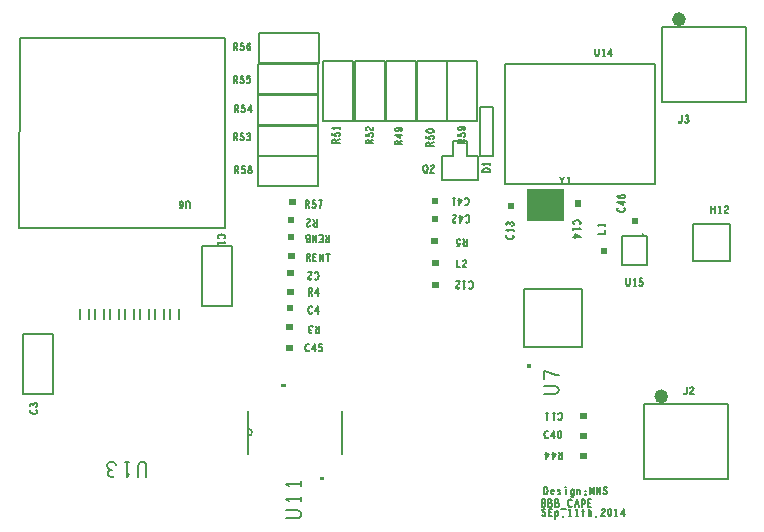
<source format=gto>
G04 ================== begin FILE IDENTIFICATION RECORD ==================*
G04 Layout Name:  BBB_cape_tape_out.brd*
G04 Film Name:    SILKSCREEN_TOP*
G04 File Format:  Gerber RS274X*
G04 File Origin:  Cadence Allegro 16.6-P004*
G04 Origin Date:  Thu Sep 11 16:10:17 2014*
G04 *
G04 Layer:  REF DES/SILKSCREEN_TOP*
G04 Layer:  PACKAGE GEOMETRY/SILKSCREEN_TOP*
G04 Layer:  BOARD GEOMETRY/SILKSCREEN_TOP*
G04 *
G04 Offset:    (0.00 0.00)*
G04 Mirror:    No*
G04 Mode:      Positive*
G04 Rotation:  0*
G04 FullContactRelief:  No*
G04 UndefLineWidth:     5.00*
G04 ================== end FILE IDENTIFICATION RECORD ====================*
%FSLAX25Y25*MOIN*%
%IR0*IPPOS*OFA0.00000B0.00000*MIA0B0*SFA1.00000B1.00000*%
%ADD10C,.005*%
%ADD11C,.006*%
G75*
%LPD*%
G75*
G36*
G01X711710Y1633200D02*
X713210D01*
Y1634200D01*
X711710D01*
Y1633200D01*
G37*
G36*
G01X700500Y1678300D02*
Y1676300D01*
X702700D01*
Y1678300D01*
X700500D01*
G37*
G36*
G01X698910Y1665200D02*
X700410D01*
Y1664200D01*
X698910D01*
Y1665200D01*
G37*
G36*
G01X700900Y1697100D02*
Y1695100D01*
X703100D01*
Y1697100D01*
X700900D01*
G37*
G36*
G01X702800Y1683400D02*
Y1685400D01*
X700600D01*
Y1683400D01*
X702800D01*
G37*
G36*
G01X701200Y1709100D02*
Y1707100D01*
X703400D01*
Y1709100D01*
X701200D01*
G37*
G36*
G01X703200Y1701400D02*
Y1703400D01*
X701000D01*
Y1701400D01*
X703200D01*
G37*
G36*
G01X700700Y1691500D02*
Y1689500D01*
X702900D01*
Y1691500D01*
X700700D01*
G37*
G36*
G01X703300Y1718900D02*
Y1720900D01*
X701100D01*
Y1718900D01*
X703300D01*
G37*
G36*
G01Y1713200D02*
Y1715200D01*
X701100D01*
Y1713200D01*
X703300D01*
G37*
G36*
G01X701500Y1727000D02*
Y1725000D01*
X703700D01*
Y1727000D01*
X701500D01*
G37*
G36*
G01X749200Y1706800D02*
Y1704800D01*
X751400D01*
Y1706800D01*
X749200D01*
G37*
G36*
G01X751500Y1697200D02*
Y1699200D01*
X749300D01*
Y1697200D01*
X751500D01*
G37*
G36*
G01X751100Y1712000D02*
Y1714000D01*
X748900D01*
Y1712000D01*
X751100D01*
G37*
G36*
G01X751300Y1725300D02*
Y1727300D01*
X749100D01*
Y1725300D01*
X751300D01*
G37*
G36*
G01Y1719300D02*
Y1721300D01*
X749100D01*
Y1719300D01*
X751300D01*
G37*
G36*
G01X774500Y1723600D02*
X776500D01*
Y1725800D01*
X774500D01*
Y1723600D01*
G37*
G36*
G01X800800Y1640300D02*
Y1642300D01*
X798600D01*
Y1640300D01*
X800800D01*
G37*
G36*
G01X798600Y1648900D02*
Y1646900D01*
X800800D01*
Y1648900D01*
X798600D01*
G37*
G36*
G01X800700Y1653800D02*
Y1655800D01*
X798500D01*
Y1653800D01*
X800700D01*
G37*
G36*
G01X782306Y1671400D02*
G03I-806J0D01*
G37*
G36*
G01X805600Y1708500D02*
X807600D01*
Y1710700D01*
X805600D01*
Y1708500D01*
G37*
G36*
G01X799000Y1726500D02*
X797000D01*
Y1724300D01*
X799000D01*
Y1726500D01*
G37*
G36*
G01X780700Y1730200D02*
Y1719500D01*
X793300D01*
Y1730200D01*
X780700D01*
G37*
G36*
G01X827941Y1661200D02*
G03I-2341J0D01*
G37*
G36*
G01X815700Y1718500D02*
X817700D01*
Y1720700D01*
X815700D01*
Y1718500D01*
G37*
G36*
G01X819947Y1715200D02*
G03I-447J0D01*
G37*
G36*
G01X833841Y1786900D02*
G03I-2341J0D01*
G37*
G54D10*
G01X615308Y1656687D02*
X615183Y1656527D01*
X615100Y1656340D01*
Y1656127D01*
X615225Y1655887D01*
X615433Y1655700D01*
X615683Y1655567D01*
X616100Y1655460D01*
X616475Y1655433D01*
X616850Y1655487D01*
X617100Y1655567D01*
X617350Y1655727D01*
X617517Y1655913D01*
X617600Y1656100D01*
Y1656287D01*
X617517Y1656473D01*
X617392Y1656633D01*
X617225Y1656767D01*
G01X617100Y1657713D02*
X617392Y1657873D01*
X617558Y1658087D01*
X617600Y1658327D01*
X617558Y1658540D01*
X617350Y1658753D01*
X617100Y1658887D01*
X616850Y1658913D01*
X616558Y1658860D01*
X616350Y1658673D01*
X616267Y1658487D01*
Y1658247D01*
G01Y1658487D02*
X616142Y1658647D01*
X615933Y1658780D01*
X615683Y1658833D01*
X615433Y1658780D01*
X615225Y1658647D01*
X615100Y1658407D01*
X615142Y1658167D01*
X615308Y1657927D01*
G01X612700Y1661900D02*
X622700D01*
Y1681900D01*
X612700D01*
Y1661900D01*
G01X680300Y1717400D02*
Y1780500D01*
X612000D01*
X611500Y1717400D01*
X680300D01*
G01X653993Y1634400D02*
Y1637983D01*
X653740Y1638733D01*
X653233Y1639233D01*
X652600Y1639400D01*
X651967Y1639233D01*
X651460Y1638733D01*
X651207Y1637983D01*
Y1634400D01*
G01X647500Y1639400D02*
Y1634400D01*
X648260Y1635400D01*
G01Y1639400D02*
X646740D01*
G01X643793Y1638400D02*
X643413Y1638983D01*
X642907Y1639317D01*
X642337Y1639400D01*
X641830Y1639317D01*
X641323Y1638900D01*
X641007Y1638400D01*
X640943Y1637900D01*
X641070Y1637317D01*
X641513Y1636900D01*
X641957Y1636733D01*
X642527D01*
G01X641957D02*
X641577Y1636483D01*
X641260Y1636067D01*
X641133Y1635567D01*
X641260Y1635067D01*
X641577Y1634650D01*
X642147Y1634400D01*
X642717Y1634483D01*
X643287Y1634817D01*
G01X682600Y1711300D02*
X672600D01*
Y1691300D01*
X682600D01*
Y1711300D01*
G01X668387Y1723900D02*
Y1725692D01*
X668280Y1726067D01*
X668067Y1726317D01*
X667800Y1726400D01*
X667533Y1726317D01*
X667320Y1726067D01*
X667213Y1725692D01*
Y1723900D01*
G01X666107Y1725358D02*
X665920Y1725067D01*
X665760Y1724900D01*
X665547Y1724817D01*
X665360Y1724900D01*
X665227Y1725067D01*
X665120Y1725317D01*
X665093Y1725608D01*
X665120Y1725858D01*
X665227Y1726108D01*
X665387Y1726317D01*
X665573Y1726400D01*
X665787Y1726317D01*
X665973Y1726067D01*
X666080Y1725692D01*
X666107Y1725275D01*
X666053Y1724733D01*
X665973Y1724442D01*
X665840Y1724150D01*
X665653Y1723942D01*
X665467Y1723900D01*
X665280Y1723983D01*
X665147Y1724192D01*
G01X679992Y1713913D02*
X680117Y1714073D01*
X680200Y1714260D01*
Y1714473D01*
X680075Y1714713D01*
X679867Y1714900D01*
X679617Y1715033D01*
X679200Y1715140D01*
X678825Y1715167D01*
X678450Y1715113D01*
X678200Y1715033D01*
X677950Y1714873D01*
X677783Y1714687D01*
X677700Y1714500D01*
Y1714313D01*
X677783Y1714127D01*
X677908Y1713967D01*
X678075Y1713833D01*
G01X677700Y1712300D02*
X680200D01*
X679700Y1712620D01*
G01X677700D02*
Y1711980D01*
G01X683567Y1735500D02*
Y1738000D01*
X684233D01*
X684447Y1737875D01*
X684580Y1737708D01*
X684633Y1737375D01*
X684580Y1737042D01*
X684420Y1736833D01*
X684233Y1736708D01*
X683567D01*
G01X684233D02*
X684633Y1735500D01*
G01X685713Y1735875D02*
X685873Y1735667D01*
X686060Y1735542D01*
X686300Y1735500D01*
X686540Y1735583D01*
X686727Y1735750D01*
X686860Y1736042D01*
X686887Y1736375D01*
X686833Y1736708D01*
X686700Y1736917D01*
X686513Y1737083D01*
X686327Y1737125D01*
X686140Y1737083D01*
X685900Y1736917D01*
X685980Y1738000D01*
X686700D01*
G01X688500Y1735500D02*
X688687Y1735542D01*
X688900Y1735667D01*
X689033Y1735875D01*
X689087Y1736167D01*
X689033Y1736458D01*
X688873Y1736708D01*
X688633Y1736833D01*
X688367D01*
X688207Y1736917D01*
X688073Y1737125D01*
X688020Y1737417D01*
X688100Y1737708D01*
X688287Y1737917D01*
X688500Y1738000D01*
X688713Y1737917D01*
X688900Y1737708D01*
X688980Y1737417D01*
X688927Y1737125D01*
X688793Y1736917D01*
X688633Y1736833D01*
X688367D01*
X688127Y1736708D01*
X687967Y1736458D01*
X687913Y1736167D01*
X687967Y1735875D01*
X688100Y1735667D01*
X688313Y1735542D01*
X688500Y1735500D01*
G01X683067Y1765600D02*
Y1768100D01*
X683733D01*
X683947Y1767975D01*
X684080Y1767808D01*
X684133Y1767475D01*
X684080Y1767142D01*
X683920Y1766933D01*
X683733Y1766808D01*
X683067D01*
G01X683733D02*
X684133Y1765600D01*
G01X685213Y1765975D02*
X685373Y1765767D01*
X685560Y1765642D01*
X685800Y1765600D01*
X686040Y1765683D01*
X686227Y1765850D01*
X686360Y1766142D01*
X686387Y1766475D01*
X686333Y1766808D01*
X686200Y1767017D01*
X686013Y1767183D01*
X685827Y1767225D01*
X685640Y1767183D01*
X685400Y1767017D01*
X685480Y1768100D01*
X686200D01*
G01X687413Y1765975D02*
X687573Y1765767D01*
X687760Y1765642D01*
X688000Y1765600D01*
X688240Y1765683D01*
X688427Y1765850D01*
X688560Y1766142D01*
X688587Y1766475D01*
X688533Y1766808D01*
X688400Y1767017D01*
X688213Y1767183D01*
X688027Y1767225D01*
X687840Y1767183D01*
X687600Y1767017D01*
X687680Y1768100D01*
X688400D01*
G01X683467Y1755900D02*
Y1758400D01*
X684133D01*
X684347Y1758275D01*
X684480Y1758108D01*
X684533Y1757775D01*
X684480Y1757442D01*
X684320Y1757233D01*
X684133Y1757108D01*
X683467D01*
G01X684133D02*
X684533Y1755900D01*
G01X685613Y1756275D02*
X685773Y1756067D01*
X685960Y1755942D01*
X686200Y1755900D01*
X686440Y1755983D01*
X686627Y1756150D01*
X686760Y1756442D01*
X686787Y1756775D01*
X686733Y1757108D01*
X686600Y1757317D01*
X686413Y1757483D01*
X686227Y1757525D01*
X686040Y1757483D01*
X685800Y1757317D01*
X685880Y1758400D01*
X686600D01*
G01X688720Y1755900D02*
Y1758400D01*
X687733Y1756608D01*
X689067D01*
G01X683067Y1746500D02*
Y1749000D01*
X683733D01*
X683947Y1748875D01*
X684080Y1748708D01*
X684133Y1748375D01*
X684080Y1748042D01*
X683920Y1747833D01*
X683733Y1747708D01*
X683067D01*
G01X683733D02*
X684133Y1746500D01*
G01X685213Y1746875D02*
X685373Y1746667D01*
X685560Y1746542D01*
X685800Y1746500D01*
X686040Y1746583D01*
X686227Y1746750D01*
X686360Y1747042D01*
X686387Y1747375D01*
X686333Y1747708D01*
X686200Y1747917D01*
X686013Y1748083D01*
X685827Y1748125D01*
X685640Y1748083D01*
X685400Y1747917D01*
X685480Y1749000D01*
X686200D01*
G01X687413Y1747000D02*
X687573Y1746708D01*
X687787Y1746542D01*
X688027Y1746500D01*
X688240Y1746542D01*
X688453Y1746750D01*
X688587Y1747000D01*
X688613Y1747250D01*
X688560Y1747542D01*
X688373Y1747750D01*
X688187Y1747833D01*
X687947D01*
G01X688187D02*
X688347Y1747958D01*
X688480Y1748167D01*
X688533Y1748417D01*
X688480Y1748667D01*
X688347Y1748875D01*
X688107Y1749000D01*
X687867Y1748958D01*
X687627Y1748792D01*
G01X683167Y1776500D02*
Y1779000D01*
X683833D01*
X684047Y1778875D01*
X684180Y1778708D01*
X684233Y1778375D01*
X684180Y1778042D01*
X684020Y1777833D01*
X683833Y1777708D01*
X683167D01*
G01X683833D02*
X684233Y1776500D01*
G01X685313Y1776875D02*
X685473Y1776667D01*
X685660Y1776542D01*
X685900Y1776500D01*
X686140Y1776583D01*
X686327Y1776750D01*
X686460Y1777042D01*
X686487Y1777375D01*
X686433Y1777708D01*
X686300Y1777917D01*
X686113Y1778083D01*
X685927Y1778125D01*
X685740Y1778083D01*
X685500Y1777917D01*
X685580Y1779000D01*
X686300D01*
G01X687593Y1777542D02*
X687780Y1777833D01*
X687940Y1778000D01*
X688153Y1778083D01*
X688340Y1778000D01*
X688473Y1777833D01*
X688580Y1777583D01*
X688607Y1777292D01*
X688580Y1777042D01*
X688473Y1776792D01*
X688313Y1776583D01*
X688127Y1776500D01*
X687913Y1776583D01*
X687727Y1776833D01*
X687620Y1777208D01*
X687593Y1777625D01*
X687647Y1778167D01*
X687727Y1778458D01*
X687860Y1778750D01*
X688047Y1778958D01*
X688233Y1779000D01*
X688420Y1778917D01*
X688553Y1778708D01*
G01X700600Y1620507D02*
X704183D01*
X704933Y1620760D01*
X705433Y1621267D01*
X705600Y1621900D01*
X705433Y1622533D01*
X704933Y1623040D01*
X704183Y1623293D01*
X700600D01*
G01X705600Y1627000D02*
X700600D01*
X701600Y1626240D01*
G01X705600D02*
Y1627760D01*
G01Y1632100D02*
X700600D01*
X701600Y1631340D01*
G01X705600D02*
Y1632860D01*
G01X708187Y1678492D02*
X708027Y1678617D01*
X707840Y1678700D01*
X707627D01*
X707387Y1678575D01*
X707200Y1678367D01*
X707067Y1678117D01*
X706960Y1677700D01*
X706933Y1677325D01*
X706987Y1676950D01*
X707067Y1676700D01*
X707227Y1676450D01*
X707413Y1676283D01*
X707600Y1676200D01*
X707787D01*
X707973Y1676283D01*
X708133Y1676408D01*
X708267Y1676575D01*
G01X710120Y1676200D02*
Y1678700D01*
X709133Y1676908D01*
X710467D01*
G01X711413Y1676575D02*
X711573Y1676367D01*
X711760Y1676242D01*
X712000Y1676200D01*
X712240Y1676283D01*
X712427Y1676450D01*
X712560Y1676742D01*
X712587Y1677075D01*
X712533Y1677408D01*
X712400Y1677617D01*
X712213Y1677783D01*
X712027Y1677825D01*
X711840Y1677783D01*
X711600Y1677617D01*
X711680Y1678700D01*
X712400D01*
G01X708067Y1694800D02*
Y1697300D01*
X708733D01*
X708947Y1697175D01*
X709080Y1697008D01*
X709133Y1696675D01*
X709080Y1696342D01*
X708920Y1696133D01*
X708733Y1696008D01*
X708067D01*
G01X708733D02*
X709133Y1694800D01*
G01X711120D02*
Y1697300D01*
X710133Y1695508D01*
X711467D01*
G01X711533Y1684800D02*
Y1682300D01*
X710867D01*
X710653Y1682425D01*
X710520Y1682592D01*
X710467Y1682925D01*
X710520Y1683258D01*
X710680Y1683467D01*
X710867Y1683592D01*
X711533D01*
G01X710867D02*
X710467Y1684800D01*
G01X709387Y1684300D02*
X709227Y1684592D01*
X709013Y1684758D01*
X708773Y1684800D01*
X708560Y1684758D01*
X708347Y1684550D01*
X708213Y1684300D01*
X708187Y1684050D01*
X708240Y1683758D01*
X708427Y1683550D01*
X708613Y1683467D01*
X708853D01*
G01X708613D02*
X708453Y1683342D01*
X708320Y1683133D01*
X708267Y1682883D01*
X708320Y1682633D01*
X708453Y1682425D01*
X708693Y1682300D01*
X708933Y1682342D01*
X709173Y1682508D01*
G01X707367Y1706300D02*
Y1708800D01*
X708033D01*
X708247Y1708675D01*
X708380Y1708508D01*
X708433Y1708175D01*
X708380Y1707842D01*
X708220Y1707633D01*
X708033Y1707508D01*
X707367D01*
G01X708033D02*
X708433Y1706300D01*
G01X710633D02*
X709567D01*
Y1708800D01*
X710633D01*
G01X710207Y1707592D02*
X709567D01*
G01X711687Y1706300D02*
Y1708800D01*
X712913Y1706300D01*
Y1708800D01*
G01X714500D02*
Y1706300D01*
G01X713887Y1708800D02*
X715113D01*
G01X710113Y1700308D02*
X710273Y1700183D01*
X710460Y1700100D01*
X710673D01*
X710913Y1700225D01*
X711100Y1700433D01*
X711233Y1700683D01*
X711340Y1701100D01*
X711367Y1701475D01*
X711313Y1701850D01*
X711233Y1702100D01*
X711073Y1702350D01*
X710887Y1702517D01*
X710700Y1702600D01*
X710513D01*
X710327Y1702517D01*
X710167Y1702392D01*
X710033Y1702225D01*
G01X709007Y1700517D02*
X708847Y1700267D01*
X708660Y1700142D01*
X708447Y1700100D01*
X708180Y1700183D01*
X707993Y1700392D01*
X707940Y1700642D01*
X707967Y1700892D01*
X708073Y1701100D01*
X708607Y1701517D01*
X708847Y1701808D01*
X709007Y1702225D01*
X709060Y1702600D01*
X707940D01*
G01X709187Y1691092D02*
X709027Y1691217D01*
X708840Y1691300D01*
X708627D01*
X708387Y1691175D01*
X708200Y1690967D01*
X708067Y1690717D01*
X707960Y1690300D01*
X707933Y1689925D01*
X707987Y1689550D01*
X708067Y1689300D01*
X708227Y1689050D01*
X708413Y1688883D01*
X708600Y1688800D01*
X708787D01*
X708973Y1688883D01*
X709133Y1689008D01*
X709267Y1689175D01*
G01X711120Y1688800D02*
Y1691300D01*
X710133Y1689508D01*
X711467D01*
G01X691300Y1741200D02*
Y1731200D01*
X711300D01*
Y1741200D01*
X691300D01*
G01X710733Y1720300D02*
Y1717800D01*
X710067D01*
X709853Y1717925D01*
X709720Y1718092D01*
X709667Y1718425D01*
X709720Y1718758D01*
X709880Y1718967D01*
X710067Y1719092D01*
X710733D01*
G01X710067D02*
X709667Y1720300D01*
G01X708507Y1718217D02*
X708347Y1717967D01*
X708160Y1717842D01*
X707947Y1717800D01*
X707680Y1717883D01*
X707493Y1718092D01*
X707440Y1718342D01*
X707467Y1718592D01*
X707573Y1718800D01*
X708107Y1719217D01*
X708347Y1719508D01*
X708507Y1719925D01*
X708560Y1720300D01*
X707440D01*
G01X714933Y1715000D02*
Y1712500D01*
X714267D01*
X714053Y1712625D01*
X713920Y1712792D01*
X713867Y1713125D01*
X713920Y1713458D01*
X714080Y1713667D01*
X714267Y1713792D01*
X714933D01*
G01X714267D02*
X713867Y1715000D01*
G01X711667D02*
X712733D01*
Y1712500D01*
X711667D01*
G01X712093Y1713708D02*
X712733D01*
G01X710613Y1715000D02*
Y1712500D01*
X709387Y1715000D01*
Y1712500D01*
G01X707587Y1713667D02*
X707480Y1713542D01*
X707400Y1713333D01*
X707347Y1713042D01*
X707400Y1712792D01*
X707507Y1712625D01*
X707693Y1712500D01*
X708413D01*
Y1715000D01*
X707533D01*
X707347Y1714833D01*
X707240Y1714583D01*
X707187Y1714292D01*
X707240Y1714000D01*
X707400Y1713750D01*
X707587Y1713667D01*
X708413D01*
G01X707067Y1724000D02*
Y1726500D01*
X707733D01*
X707947Y1726375D01*
X708080Y1726208D01*
X708133Y1725875D01*
X708080Y1725542D01*
X707920Y1725333D01*
X707733Y1725208D01*
X707067D01*
G01X707733D02*
X708133Y1724000D01*
G01X709213Y1724375D02*
X709373Y1724167D01*
X709560Y1724042D01*
X709800Y1724000D01*
X710040Y1724083D01*
X710227Y1724250D01*
X710360Y1724542D01*
X710387Y1724875D01*
X710333Y1725208D01*
X710200Y1725417D01*
X710013Y1725583D01*
X709827Y1725625D01*
X709640Y1725583D01*
X709400Y1725417D01*
X709480Y1726500D01*
X710200D01*
G01X711947Y1724000D02*
X712000Y1724542D01*
X712080Y1725000D01*
X712187Y1725417D01*
X712320Y1725875D01*
X712533Y1726500D01*
X711467D01*
G01X691300Y1772000D02*
Y1762000D01*
X711300D01*
Y1772000D01*
X691300D01*
G01Y1761700D02*
Y1751700D01*
X711300D01*
Y1761700D01*
X691300D01*
G01X691200Y1751400D02*
Y1741400D01*
X711200D01*
Y1751400D01*
X691200D01*
G01X718500Y1745767D02*
X716000D01*
Y1746433D01*
X716125Y1746647D01*
X716292Y1746780D01*
X716625Y1746833D01*
X716958Y1746780D01*
X717167Y1746620D01*
X717292Y1746433D01*
Y1745767D01*
G01Y1746433D02*
X718500Y1746833D01*
G01X718125Y1747913D02*
X718333Y1748073D01*
X718458Y1748260D01*
X718500Y1748500D01*
X718417Y1748740D01*
X718250Y1748927D01*
X717958Y1749060D01*
X717625Y1749087D01*
X717292Y1749033D01*
X717083Y1748900D01*
X716917Y1748713D01*
X716875Y1748527D01*
X716917Y1748340D01*
X717083Y1748100D01*
X716000Y1748180D01*
Y1748900D01*
G01X718500Y1750700D02*
X716000D01*
X716500Y1750380D01*
G01X718500D02*
Y1751020D01*
G01X713000Y1753000D02*
X723000D01*
Y1773000D01*
X713000D01*
Y1753000D01*
G01X691400Y1782400D02*
Y1772400D01*
X711400D01*
Y1782400D01*
X691400D01*
G01X747000Y1735800D02*
X746787Y1735842D01*
X746600Y1736008D01*
X746440Y1736258D01*
X746333Y1736550D01*
X746280Y1736883D01*
Y1737217D01*
X746333Y1737550D01*
X746440Y1737842D01*
X746600Y1738092D01*
X746787Y1738258D01*
X747000Y1738300D01*
X747213Y1738258D01*
X747400Y1738092D01*
X747560Y1737842D01*
X747667Y1737550D01*
X747720Y1737217D01*
Y1736883D01*
X747667Y1736550D01*
X747560Y1736258D01*
X747400Y1736008D01*
X747213Y1735842D01*
X747000Y1735800D01*
G01X747213Y1736467D02*
X747533Y1735800D01*
G01X748693Y1737883D02*
X748853Y1738133D01*
X749040Y1738258D01*
X749253Y1738300D01*
X749520Y1738217D01*
X749707Y1738008D01*
X749760Y1737758D01*
X749733Y1737508D01*
X749627Y1737300D01*
X749093Y1736883D01*
X748853Y1736592D01*
X748693Y1736175D01*
X748640Y1735800D01*
X749760D01*
G01X739300Y1745267D02*
X736800D01*
Y1745933D01*
X736925Y1746147D01*
X737092Y1746280D01*
X737425Y1746333D01*
X737758Y1746280D01*
X737967Y1746120D01*
X738092Y1745933D01*
Y1745267D01*
G01Y1745933D02*
X739300Y1746333D01*
G01Y1748320D02*
X736800D01*
X738592Y1747333D01*
Y1748667D01*
G01X739008Y1749747D02*
X739217Y1749933D01*
X739300Y1750147D01*
X739217Y1750360D01*
X738967Y1750547D01*
X738592Y1750680D01*
X738217Y1750733D01*
X737758D01*
X737383Y1750680D01*
X737050Y1750547D01*
X736883Y1750387D01*
X736800Y1750200D01*
X736883Y1749987D01*
X737050Y1749827D01*
X737300Y1749720D01*
X737633Y1749667D01*
X737925Y1749720D01*
X738217Y1749853D01*
X738383Y1750013D01*
X738425Y1750200D01*
X738342Y1750413D01*
X738133Y1750573D01*
X737758Y1750733D01*
G01X733800Y1753000D02*
X743800D01*
Y1773000D01*
X733800D01*
Y1753000D01*
G01X729600Y1745567D02*
X727100D01*
Y1746233D01*
X727225Y1746447D01*
X727392Y1746580D01*
X727725Y1746633D01*
X728058Y1746580D01*
X728267Y1746420D01*
X728392Y1746233D01*
Y1745567D01*
G01Y1746233D02*
X729600Y1746633D01*
G01X729225Y1747713D02*
X729433Y1747873D01*
X729558Y1748060D01*
X729600Y1748300D01*
X729517Y1748540D01*
X729350Y1748727D01*
X729058Y1748860D01*
X728725Y1748887D01*
X728392Y1748833D01*
X728183Y1748700D01*
X728017Y1748513D01*
X727975Y1748327D01*
X728017Y1748140D01*
X728183Y1747900D01*
X727100Y1747980D01*
Y1748700D01*
G01X727517Y1749993D02*
X727267Y1750153D01*
X727142Y1750340D01*
X727100Y1750553D01*
X727183Y1750820D01*
X727392Y1751007D01*
X727642Y1751060D01*
X727892Y1751033D01*
X728100Y1750927D01*
X728517Y1750393D01*
X728808Y1750153D01*
X729225Y1749993D01*
X729600Y1749940D01*
Y1751060D01*
G01X723400Y1753000D02*
X733400D01*
Y1773000D01*
X723400D01*
Y1753000D01*
G01X749800Y1744767D02*
X747300D01*
Y1745433D01*
X747425Y1745647D01*
X747592Y1745780D01*
X747925Y1745833D01*
X748258Y1745780D01*
X748467Y1745620D01*
X748592Y1745433D01*
Y1744767D01*
G01Y1745433D02*
X749800Y1745833D01*
G01X749425Y1746913D02*
X749633Y1747073D01*
X749758Y1747260D01*
X749800Y1747500D01*
X749717Y1747740D01*
X749550Y1747927D01*
X749258Y1748060D01*
X748925Y1748087D01*
X748592Y1748033D01*
X748383Y1747900D01*
X748217Y1747713D01*
X748175Y1747527D01*
X748217Y1747340D01*
X748383Y1747100D01*
X747300Y1747180D01*
Y1747900D01*
G01Y1749700D02*
X747383Y1749487D01*
X747592Y1749327D01*
X747842Y1749220D01*
X748175Y1749140D01*
X748550Y1749113D01*
X748925Y1749140D01*
X749258Y1749220D01*
X749508Y1749327D01*
X749717Y1749487D01*
X749800Y1749700D01*
X749717Y1749913D01*
X749508Y1750073D01*
X749258Y1750180D01*
X748925Y1750260D01*
X748550Y1750287D01*
X748175Y1750260D01*
X747842Y1750180D01*
X747592Y1750073D01*
X747383Y1749913D01*
X747300Y1749700D01*
G01X744100Y1753000D02*
X754100D01*
Y1773000D01*
X744100D01*
Y1753000D01*
G01X799050Y1677650D02*
Y1696950D01*
X779750D01*
Y1677650D01*
X799050D01*
G01X757367Y1706800D02*
Y1704300D01*
X758433D01*
G01X759593Y1706383D02*
X759753Y1706633D01*
X759940Y1706758D01*
X760153Y1706800D01*
X760420Y1706717D01*
X760607Y1706508D01*
X760660Y1706258D01*
X760633Y1706008D01*
X760527Y1705800D01*
X759993Y1705383D01*
X759753Y1705092D01*
X759593Y1704675D01*
X759540Y1704300D01*
X760660D01*
G01X761613Y1697308D02*
X761773Y1697183D01*
X761960Y1697100D01*
X762173D01*
X762413Y1697225D01*
X762600Y1697433D01*
X762733Y1697683D01*
X762840Y1698100D01*
X762867Y1698475D01*
X762813Y1698850D01*
X762733Y1699100D01*
X762573Y1699350D01*
X762387Y1699517D01*
X762200Y1699600D01*
X762013D01*
X761827Y1699517D01*
X761667Y1699392D01*
X761533Y1699225D01*
G01X760000Y1699600D02*
Y1697100D01*
X760320Y1697600D01*
G01Y1699600D02*
X759680D01*
G01X758307Y1697517D02*
X758147Y1697267D01*
X757960Y1697142D01*
X757747Y1697100D01*
X757480Y1697183D01*
X757293Y1697392D01*
X757240Y1697642D01*
X757267Y1697892D01*
X757373Y1698100D01*
X757907Y1698517D01*
X758147Y1698808D01*
X758307Y1699225D01*
X758360Y1699600D01*
X757240D01*
G01X760733Y1713700D02*
Y1711200D01*
X760067D01*
X759853Y1711325D01*
X759720Y1711492D01*
X759667Y1711825D01*
X759720Y1712158D01*
X759880Y1712367D01*
X760067Y1712492D01*
X760733D01*
G01X760067D02*
X759667Y1713700D01*
G01X758587Y1713325D02*
X758427Y1713533D01*
X758240Y1713658D01*
X758000Y1713700D01*
X757760Y1713617D01*
X757573Y1713450D01*
X757440Y1713158D01*
X757413Y1712825D01*
X757467Y1712492D01*
X757600Y1712283D01*
X757787Y1712117D01*
X757973Y1712075D01*
X758160Y1712117D01*
X758400Y1712283D01*
X758320Y1711200D01*
X757600D01*
G01X760213Y1725108D02*
X760373Y1724983D01*
X760560Y1724900D01*
X760773D01*
X761013Y1725025D01*
X761200Y1725233D01*
X761333Y1725483D01*
X761440Y1725900D01*
X761467Y1726275D01*
X761413Y1726650D01*
X761333Y1726900D01*
X761173Y1727150D01*
X760987Y1727317D01*
X760800Y1727400D01*
X760613D01*
X760427Y1727317D01*
X760267Y1727192D01*
X760133Y1727025D01*
G01X758280Y1727400D02*
Y1724900D01*
X759267Y1726692D01*
X757933D01*
G01X756400Y1727400D02*
Y1724900D01*
X756720Y1725400D01*
G01Y1727400D02*
X756080D01*
G01X774108Y1714887D02*
X773983Y1714727D01*
X773900Y1714540D01*
Y1714327D01*
X774025Y1714087D01*
X774233Y1713900D01*
X774483Y1713767D01*
X774900Y1713660D01*
X775275Y1713633D01*
X775650Y1713687D01*
X775900Y1713767D01*
X776150Y1713927D01*
X776317Y1714113D01*
X776400Y1714300D01*
Y1714487D01*
X776317Y1714673D01*
X776192Y1714833D01*
X776025Y1714967D01*
G01X776400Y1716500D02*
X773900D01*
X774400Y1716180D01*
G01X776400D02*
Y1716820D01*
G01X775900Y1718113D02*
X776192Y1718273D01*
X776358Y1718487D01*
X776400Y1718727D01*
X776358Y1718940D01*
X776150Y1719153D01*
X775900Y1719287D01*
X775650Y1719313D01*
X775358Y1719260D01*
X775150Y1719073D01*
X775067Y1718887D01*
Y1718647D01*
G01Y1718887D02*
X774942Y1719047D01*
X774733Y1719180D01*
X774483Y1719233D01*
X774233Y1719180D01*
X774025Y1719047D01*
X773900Y1718807D01*
X773942Y1718567D01*
X774108Y1718327D01*
G01X760413Y1719308D02*
X760573Y1719183D01*
X760760Y1719100D01*
X760973D01*
X761213Y1719225D01*
X761400Y1719433D01*
X761533Y1719683D01*
X761640Y1720100D01*
X761667Y1720475D01*
X761613Y1720850D01*
X761533Y1721100D01*
X761373Y1721350D01*
X761187Y1721517D01*
X761000Y1721600D01*
X760813D01*
X760627Y1721517D01*
X760467Y1721392D01*
X760333Y1721225D01*
G01X758480Y1721600D02*
Y1719100D01*
X759467Y1720892D01*
X758133D01*
G01X757107Y1719517D02*
X756947Y1719267D01*
X756760Y1719142D01*
X756547Y1719100D01*
X756280Y1719183D01*
X756093Y1719392D01*
X756040Y1719642D01*
X756067Y1719892D01*
X756173Y1720100D01*
X756707Y1720517D01*
X756947Y1720808D01*
X757107Y1721225D01*
X757160Y1721600D01*
X756040D01*
G01X773400Y1772100D02*
Y1732100D01*
X823400D01*
Y1772100D01*
X773400D01*
G01X756200Y1741400D02*
Y1746200D01*
X760900D01*
Y1741300D01*
X764500D01*
Y1733200D01*
X752500D01*
Y1741400D01*
X756200D01*
G01X768500Y1736013D02*
X766000D01*
Y1736547D01*
X766125Y1736760D01*
X766292Y1736920D01*
X766542Y1737053D01*
X766833Y1737160D01*
X767250Y1737187D01*
X767667Y1737160D01*
X767958Y1737053D01*
X768208Y1736920D01*
X768375Y1736760D01*
X768500Y1736547D01*
Y1736013D01*
G01Y1738800D02*
X766000D01*
X766500Y1738480D01*
G01X768500D02*
Y1739120D01*
G01X760300Y1745667D02*
X757800D01*
Y1746333D01*
X757925Y1746547D01*
X758092Y1746680D01*
X758425Y1746733D01*
X758758Y1746680D01*
X758967Y1746520D01*
X759092Y1746333D01*
Y1745667D01*
G01Y1746333D02*
X760300Y1746733D01*
G01X759925Y1747813D02*
X760133Y1747973D01*
X760258Y1748160D01*
X760300Y1748400D01*
X760217Y1748640D01*
X760050Y1748827D01*
X759758Y1748960D01*
X759425Y1748987D01*
X759092Y1748933D01*
X758883Y1748800D01*
X758717Y1748613D01*
X758675Y1748427D01*
X758717Y1748240D01*
X758883Y1748000D01*
X757800Y1748080D01*
Y1748800D01*
G01X760008Y1750147D02*
X760217Y1750333D01*
X760300Y1750547D01*
X760217Y1750760D01*
X759967Y1750947D01*
X759592Y1751080D01*
X759217Y1751133D01*
X758758D01*
X758383Y1751080D01*
X758050Y1750947D01*
X757883Y1750787D01*
X757800Y1750600D01*
X757883Y1750387D01*
X758050Y1750227D01*
X758300Y1750120D01*
X758633Y1750067D01*
X758925Y1750120D01*
X759217Y1750253D01*
X759383Y1750413D01*
X759425Y1750600D01*
X759342Y1750813D01*
X759133Y1750973D01*
X758758Y1751133D01*
G01X754200Y1753000D02*
X764200D01*
Y1773000D01*
X754200D01*
Y1753000D01*
G01X765200Y1741400D02*
X769400D01*
Y1757700D01*
X765200D01*
Y1741400D01*
G01X786513Y1628500D02*
Y1631000D01*
X787047D01*
X787260Y1630875D01*
X787420Y1630708D01*
X787553Y1630458D01*
X787660Y1630167D01*
X787687Y1629750D01*
X787660Y1629333D01*
X787553Y1629042D01*
X787420Y1628792D01*
X787260Y1628625D01*
X787047Y1628500D01*
X786513D01*
G01X788900Y1629625D02*
X789753D01*
X789673Y1629917D01*
X789540Y1630083D01*
X789353Y1630167D01*
X789167Y1630125D01*
X789007Y1630000D01*
X788900Y1629708D01*
X788847Y1629458D01*
Y1629208D01*
X788900Y1628958D01*
X789033Y1628708D01*
X789193Y1628542D01*
X789380Y1628500D01*
X789567Y1628583D01*
X789753Y1628833D01*
G01X791100Y1628792D02*
X791233Y1628625D01*
X791420Y1628500D01*
X791580D01*
X791740Y1628583D01*
X791847Y1628708D01*
X791900Y1628875D01*
X791873Y1629125D01*
X791767Y1629250D01*
X791287Y1629500D01*
X791180Y1629792D01*
X791233Y1630000D01*
X791340Y1630125D01*
X791500Y1630167D01*
X791660Y1630125D01*
X791820Y1630000D01*
G01X793700Y1630167D02*
Y1628500D01*
G01Y1630833D02*
X793647Y1630875D01*
Y1630958D01*
X793700Y1631000D01*
X793753Y1630958D01*
Y1630875D01*
X793700Y1630833D01*
G01X795527Y1627875D02*
X795713Y1627708D01*
X795927Y1627667D01*
X796113Y1627708D01*
X796273Y1627917D01*
X796380Y1628208D01*
Y1630167D01*
G01Y1629833D02*
X796273Y1630000D01*
X796113Y1630125D01*
X795927Y1630167D01*
X795713Y1630083D01*
X795580Y1629917D01*
X795473Y1629625D01*
X795420Y1629333D01*
X795447Y1629083D01*
X795553Y1628792D01*
X795713Y1628583D01*
X795927Y1628500D01*
X796087Y1628542D01*
X796273Y1628708D01*
X796380Y1628875D01*
G01X797647Y1628500D02*
Y1630167D01*
G01Y1629750D02*
X797753Y1629958D01*
X797913Y1630125D01*
X798127Y1630167D01*
X798313Y1630125D01*
X798473Y1629958D01*
X798553Y1629667D01*
Y1628500D01*
G01X800300Y1628417D02*
X800247Y1628458D01*
Y1628542D01*
X800300Y1628583D01*
X800353Y1628542D01*
Y1628458D01*
X800300Y1628417D01*
G01Y1629542D02*
X800247Y1629583D01*
Y1629667D01*
X800300Y1629708D01*
X800353Y1629667D01*
Y1629583D01*
X800300Y1629542D01*
G01X801807Y1628500D02*
Y1631000D01*
X802500Y1628917D01*
X803193Y1631000D01*
Y1628500D01*
G01X804087D02*
Y1631000D01*
X805313Y1628500D01*
Y1631000D01*
G01X806340Y1628833D02*
X806553Y1628625D01*
X806793Y1628500D01*
X807007D01*
X807220Y1628625D01*
X807380Y1628833D01*
X807460Y1629125D01*
X807407Y1629417D01*
X807273Y1629667D01*
X807033Y1629833D01*
X806713Y1629917D01*
X806527Y1630083D01*
X806447Y1630375D01*
X806500Y1630667D01*
X806633Y1630875D01*
X806820Y1631000D01*
X807007D01*
X807193Y1630917D01*
X807353Y1630708D01*
G01X786613Y1625733D02*
X786720Y1625858D01*
X786800Y1626067D01*
X786853Y1626358D01*
X786800Y1626608D01*
X786693Y1626775D01*
X786507Y1626900D01*
X785787D01*
Y1624400D01*
X786667D01*
X786853Y1624567D01*
X786960Y1624817D01*
X787013Y1625108D01*
X786960Y1625400D01*
X786800Y1625650D01*
X786613Y1625733D01*
X785787D01*
G01X788813D02*
X788920Y1625858D01*
X789000Y1626067D01*
X789053Y1626358D01*
X789000Y1626608D01*
X788893Y1626775D01*
X788707Y1626900D01*
X787987D01*
Y1624400D01*
X788867D01*
X789053Y1624567D01*
X789160Y1624817D01*
X789213Y1625108D01*
X789160Y1625400D01*
X789000Y1625650D01*
X788813Y1625733D01*
X787987D01*
G01X791013D02*
X791120Y1625858D01*
X791200Y1626067D01*
X791253Y1626358D01*
X791200Y1626608D01*
X791093Y1626775D01*
X790907Y1626900D01*
X790187D01*
Y1624400D01*
X791067D01*
X791253Y1624567D01*
X791360Y1624817D01*
X791413Y1625108D01*
X791360Y1625400D01*
X791200Y1625650D01*
X791013Y1625733D01*
X790187D01*
G01X792200Y1623567D02*
X793800D01*
G01X795787Y1626692D02*
X795627Y1626817D01*
X795440Y1626900D01*
X795227D01*
X794987Y1626775D01*
X794800Y1626567D01*
X794667Y1626317D01*
X794560Y1625900D01*
X794533Y1625525D01*
X794587Y1625150D01*
X794667Y1624900D01*
X794827Y1624650D01*
X795013Y1624483D01*
X795200Y1624400D01*
X795387D01*
X795573Y1624483D01*
X795733Y1624608D01*
X795867Y1624775D01*
G01X796733Y1624400D02*
X797400Y1626900D01*
X798067Y1624400D01*
G01X797827Y1625275D02*
X796973D01*
G01X799067Y1624400D02*
Y1626900D01*
X799707D01*
X799920Y1626775D01*
X800080Y1626483D01*
X800133Y1626150D01*
X800080Y1625817D01*
X799947Y1625567D01*
X799707Y1625442D01*
X799067D01*
G01X802333Y1624400D02*
X801267D01*
Y1626900D01*
X802333D01*
G01X801907Y1625692D02*
X801267D01*
G01X785840Y1621633D02*
X786053Y1621425D01*
X786293Y1621300D01*
X786507D01*
X786720Y1621425D01*
X786880Y1621633D01*
X786960Y1621925D01*
X786907Y1622217D01*
X786773Y1622467D01*
X786533Y1622633D01*
X786213Y1622717D01*
X786027Y1622883D01*
X785947Y1623175D01*
X786000Y1623467D01*
X786133Y1623675D01*
X786320Y1623800D01*
X786507D01*
X786693Y1623717D01*
X786853Y1623508D01*
G01X789133Y1621300D02*
X788067D01*
Y1623800D01*
X789133D01*
G01X788707Y1622592D02*
X788067D01*
G01X790320Y1620467D02*
Y1622967D01*
G01Y1622592D02*
X790453Y1622800D01*
X790587Y1622925D01*
X790800Y1622967D01*
X790987Y1622925D01*
X791173Y1622717D01*
X791253Y1622425D01*
X791280Y1622133D01*
X791253Y1621842D01*
X791173Y1621550D01*
X791013Y1621383D01*
X790800Y1621300D01*
X790613Y1621342D01*
X790427Y1621467D01*
X790320Y1621633D01*
G01X792947Y1620842D02*
X793053Y1621383D01*
G01X795200Y1621300D02*
Y1623800D01*
X794880Y1623300D01*
G01Y1621300D02*
X795520D01*
G01X797400D02*
Y1623800D01*
X797080Y1623300D01*
G01Y1621300D02*
X797720D01*
G01X799600Y1623800D02*
Y1621300D01*
G01X799227Y1622967D02*
X799973D01*
G01X801347Y1621300D02*
Y1623800D01*
G01Y1622592D02*
X801480Y1622800D01*
X801613Y1622925D01*
X801827Y1622967D01*
X801987Y1622925D01*
X802173Y1622758D01*
X802253Y1622508D01*
Y1621300D01*
G01X803947Y1620842D02*
X804053Y1621383D01*
G01X805693Y1623383D02*
X805853Y1623633D01*
X806040Y1623758D01*
X806253Y1623800D01*
X806520Y1623717D01*
X806707Y1623508D01*
X806760Y1623258D01*
X806733Y1623008D01*
X806627Y1622800D01*
X806093Y1622383D01*
X805853Y1622092D01*
X805693Y1621675D01*
X805640Y1621300D01*
X806760D01*
G01X808400Y1623800D02*
X808187Y1623717D01*
X808027Y1623508D01*
X807920Y1623258D01*
X807840Y1622925D01*
X807813Y1622550D01*
X807840Y1622175D01*
X807920Y1621842D01*
X808027Y1621592D01*
X808187Y1621383D01*
X808400Y1621300D01*
X808613Y1621383D01*
X808773Y1621592D01*
X808880Y1621842D01*
X808960Y1622175D01*
X808987Y1622550D01*
X808960Y1622925D01*
X808880Y1623258D01*
X808773Y1623508D01*
X808613Y1623717D01*
X808400Y1623800D01*
G01X810600Y1621300D02*
Y1623800D01*
X810280Y1623300D01*
G01Y1621300D02*
X810920D01*
G01X813120D02*
Y1623800D01*
X812133Y1622008D01*
X813467D01*
G01X792433Y1642800D02*
Y1640300D01*
X791767D01*
X791553Y1640425D01*
X791420Y1640592D01*
X791367Y1640925D01*
X791420Y1641258D01*
X791580Y1641467D01*
X791767Y1641592D01*
X792433D01*
G01X791767D02*
X791367Y1642800D01*
G01X789380D02*
Y1640300D01*
X790367Y1642092D01*
X789033D01*
G01X787180Y1642800D02*
Y1640300D01*
X788167Y1642092D01*
X786833D01*
G01X787887Y1649492D02*
X787727Y1649617D01*
X787540Y1649700D01*
X787327D01*
X787087Y1649575D01*
X786900Y1649367D01*
X786767Y1649117D01*
X786660Y1648700D01*
X786633Y1648325D01*
X786687Y1647950D01*
X786767Y1647700D01*
X786927Y1647450D01*
X787113Y1647283D01*
X787300Y1647200D01*
X787487D01*
X787673Y1647283D01*
X787833Y1647408D01*
X787967Y1647575D01*
G01X789820Y1647200D02*
Y1649700D01*
X788833Y1647908D01*
X790167D01*
G01X791700Y1649700D02*
X791487Y1649617D01*
X791327Y1649408D01*
X791220Y1649158D01*
X791140Y1648825D01*
X791113Y1648450D01*
X791140Y1648075D01*
X791220Y1647742D01*
X791327Y1647492D01*
X791487Y1647283D01*
X791700Y1647200D01*
X791913Y1647283D01*
X792073Y1647492D01*
X792180Y1647742D01*
X792260Y1648075D01*
X792287Y1648450D01*
X792260Y1648825D01*
X792180Y1649158D01*
X792073Y1649408D01*
X791913Y1649617D01*
X791700Y1649700D01*
G01X791313Y1653508D02*
X791473Y1653383D01*
X791660Y1653300D01*
X791873D01*
X792113Y1653425D01*
X792300Y1653633D01*
X792433Y1653883D01*
X792540Y1654300D01*
X792567Y1654675D01*
X792513Y1655050D01*
X792433Y1655300D01*
X792273Y1655550D01*
X792087Y1655717D01*
X791900Y1655800D01*
X791713D01*
X791527Y1655717D01*
X791367Y1655592D01*
X791233Y1655425D01*
G01X789700Y1655800D02*
Y1653300D01*
X790020Y1653800D01*
G01Y1655800D02*
X789380D01*
G01X787500D02*
Y1653300D01*
X787820Y1653800D01*
G01Y1655800D02*
X787180D01*
G01X786500Y1661907D02*
X790083D01*
X790833Y1662160D01*
X791333Y1662667D01*
X791500Y1663300D01*
X791333Y1663933D01*
X790833Y1664440D01*
X790083Y1664693D01*
X786500D01*
G01X791500Y1668273D02*
X790417Y1668400D01*
X789500Y1668590D01*
X788667Y1668843D01*
X787750Y1669160D01*
X786500Y1669667D01*
Y1667133D01*
G01X804400Y1715467D02*
X806900D01*
Y1716533D01*
G01Y1718200D02*
X804400D01*
X804900Y1717880D01*
G01X806900D02*
Y1718520D01*
G01X798492Y1718613D02*
X798617Y1718773D01*
X798700Y1718960D01*
Y1719173D01*
X798575Y1719413D01*
X798367Y1719600D01*
X798117Y1719733D01*
X797700Y1719840D01*
X797325Y1719867D01*
X796950Y1719813D01*
X796700Y1719733D01*
X796450Y1719573D01*
X796283Y1719387D01*
X796200Y1719200D01*
Y1719013D01*
X796283Y1718827D01*
X796408Y1718667D01*
X796575Y1718533D01*
G01X796200Y1717000D02*
X798700D01*
X798200Y1717320D01*
G01X796200D02*
Y1716680D01*
G01Y1714480D02*
X798700D01*
X796908Y1715467D01*
Y1714133D01*
G01X792500Y1731900D02*
Y1733025D01*
X791967Y1734400D01*
G01X793033D02*
X792500Y1733025D01*
G01X794700Y1731900D02*
Y1734400D01*
X794380Y1733900D01*
G01Y1731900D02*
X795020D01*
G01X803613Y1777100D02*
Y1775308D01*
X803720Y1774933D01*
X803933Y1774683D01*
X804200Y1774600D01*
X804467Y1774683D01*
X804680Y1774933D01*
X804787Y1775308D01*
Y1777100D01*
G01X806400Y1774600D02*
Y1777100D01*
X806080Y1776600D01*
G01Y1774600D02*
X806720D01*
G01X808920D02*
Y1777100D01*
X807933Y1775308D01*
X809267D01*
G01X847800Y1633700D02*
Y1658600D01*
Y1658700D01*
X847700D01*
X819900D01*
Y1633700D01*
X847800D01*
G01X833067Y1662400D02*
X833200Y1662150D01*
X833360Y1661983D01*
X833547Y1661900D01*
X833760Y1661983D01*
X833920Y1662150D01*
X834080Y1662400D01*
X834133Y1662733D01*
Y1664400D01*
G01X835293Y1663983D02*
X835453Y1664233D01*
X835640Y1664358D01*
X835853Y1664400D01*
X836120Y1664317D01*
X836307Y1664108D01*
X836360Y1663858D01*
X836333Y1663608D01*
X836227Y1663400D01*
X835693Y1662983D01*
X835453Y1662692D01*
X835293Y1662275D01*
X835240Y1661900D01*
X836360D01*
G01X813913Y1700500D02*
Y1698708D01*
X814020Y1698333D01*
X814233Y1698083D01*
X814500Y1698000D01*
X814767Y1698083D01*
X814980Y1698333D01*
X815087Y1698708D01*
Y1700500D01*
G01X816700Y1698000D02*
Y1700500D01*
X816380Y1700000D01*
G01Y1698000D02*
X817020D01*
G01X818313Y1698375D02*
X818473Y1698167D01*
X818660Y1698042D01*
X818900Y1698000D01*
X819140Y1698083D01*
X819327Y1698250D01*
X819460Y1698542D01*
X819487Y1698875D01*
X819433Y1699208D01*
X819300Y1699417D01*
X819113Y1699583D01*
X818927Y1699625D01*
X818740Y1699583D01*
X818500Y1699417D01*
X818580Y1700500D01*
X819300D01*
G01X812400Y1714700D02*
Y1704900D01*
X820800D01*
Y1714700D01*
X812400D01*
G01X836100Y1718700D02*
Y1706300D01*
X848500D01*
Y1718700D01*
X836100D01*
G01X811208Y1723987D02*
X811083Y1723827D01*
X811000Y1723640D01*
Y1723427D01*
X811125Y1723187D01*
X811333Y1723000D01*
X811583Y1722867D01*
X812000Y1722760D01*
X812375Y1722733D01*
X812750Y1722787D01*
X813000Y1722867D01*
X813250Y1723027D01*
X813417Y1723213D01*
X813500Y1723400D01*
Y1723587D01*
X813417Y1723773D01*
X813292Y1723933D01*
X813125Y1724067D01*
G01X813500Y1725920D02*
X811000D01*
X812792Y1724933D01*
Y1726267D01*
G01X812458Y1727293D02*
X812167Y1727480D01*
X812000Y1727640D01*
X811917Y1727853D01*
X812000Y1728040D01*
X812167Y1728173D01*
X812417Y1728280D01*
X812708Y1728307D01*
X812958Y1728280D01*
X813208Y1728173D01*
X813417Y1728013D01*
X813500Y1727827D01*
X813417Y1727613D01*
X813167Y1727427D01*
X812792Y1727320D01*
X812375Y1727293D01*
X811833Y1727347D01*
X811542Y1727427D01*
X811250Y1727560D01*
X811042Y1727747D01*
X811000Y1727933D01*
X811083Y1728120D01*
X811292Y1728253D01*
G01X831367Y1752900D02*
X831500Y1752650D01*
X831660Y1752483D01*
X831847Y1752400D01*
X832060Y1752483D01*
X832220Y1752650D01*
X832380Y1752900D01*
X832433Y1753233D01*
Y1754900D01*
G01X833513Y1752900D02*
X833673Y1752608D01*
X833887Y1752442D01*
X834127Y1752400D01*
X834340Y1752442D01*
X834553Y1752650D01*
X834687Y1752900D01*
X834713Y1753150D01*
X834660Y1753442D01*
X834473Y1753650D01*
X834287Y1753733D01*
X834047D01*
G01X834287D02*
X834447Y1753858D01*
X834580Y1754067D01*
X834633Y1754317D01*
X834580Y1754567D01*
X834447Y1754775D01*
X834207Y1754900D01*
X833967Y1754858D01*
X833727Y1754692D01*
G01X853700Y1759400D02*
Y1784300D01*
Y1784400D01*
X853600D01*
X825800D01*
Y1759400D01*
X853700D01*
G01X842340Y1722300D02*
Y1724800D01*
G01X843460D02*
Y1722300D01*
G01Y1723550D02*
X842340D01*
G01X845100Y1722300D02*
Y1724800D01*
X844780Y1724300D01*
G01Y1722300D02*
X845420D01*
G01X846793Y1724383D02*
X846953Y1724633D01*
X847140Y1724758D01*
X847353Y1724800D01*
X847620Y1724717D01*
X847807Y1724508D01*
X847860Y1724258D01*
X847833Y1724008D01*
X847727Y1723800D01*
X847193Y1723383D01*
X846953Y1723092D01*
X846793Y1722675D01*
X846740Y1722300D01*
X847860D01*
G54D11*
G01X631950Y1687000D02*
Y1690300D01*
G01X636950Y1687000D02*
Y1690300D01*
G01X641950Y1687000D02*
Y1690300D01*
G01X646950Y1687000D02*
Y1690300D01*
G01X651950Y1687000D02*
Y1690300D01*
G01X656950Y1687000D02*
Y1690300D01*
G01X634850Y1687000D02*
Y1690300D01*
G01X639850Y1687000D02*
Y1690300D01*
G01X644850Y1687000D02*
Y1690300D01*
G01X649850Y1687000D02*
Y1690300D01*
G01X654850Y1687000D02*
Y1690300D01*
G01X659850Y1687000D02*
Y1690300D01*
G01X687950Y1648000D02*
G03X687971Y1650400I0J1200D01*
G01X687950Y1656360D02*
Y1642040D01*
G01X661950Y1687000D02*
Y1690300D01*
G01X664850Y1687000D02*
Y1690300D01*
G01X719050Y1642040D02*
Y1656360D01*
M02*

</source>
